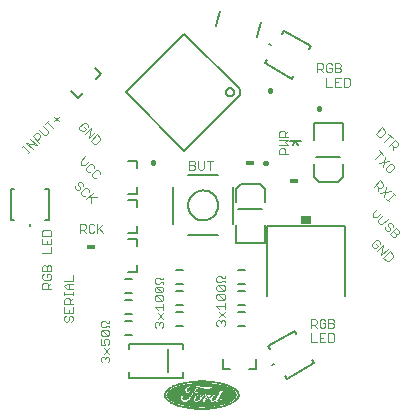
<source format=gto>
G75*
G70*
%OFA0B0*%
%FSLAX24Y24*%
%IPPOS*%
%LPD*%
%AMOC8*
5,1,8,0,0,1.08239X$1,22.5*
%
%ADD10C,0.0030*%
%ADD11R,0.0240X0.0010*%
%ADD12R,0.0550X0.0010*%
%ADD13R,0.0710X0.0010*%
%ADD14R,0.0860X0.0010*%
%ADD15R,0.1010X0.0010*%
%ADD16R,0.0450X0.0010*%
%ADD17R,0.0340X0.0010*%
%ADD18R,0.0300X0.0010*%
%ADD19R,0.0310X0.0010*%
%ADD20R,0.0270X0.0010*%
%ADD21R,0.0250X0.0010*%
%ADD22R,0.0540X0.0010*%
%ADD23R,0.0210X0.0010*%
%ADD24R,0.0690X0.0010*%
%ADD25R,0.0170X0.0010*%
%ADD26R,0.0830X0.0010*%
%ADD27R,0.0180X0.0010*%
%ADD28R,0.0150X0.0010*%
%ADD29R,0.0970X0.0010*%
%ADD30R,0.0160X0.0010*%
%ADD31R,0.1100X0.0010*%
%ADD32R,0.1230X0.0010*%
%ADD33R,0.0140X0.0010*%
%ADD34R,0.1330X0.0010*%
%ADD35R,0.1390X0.0010*%
%ADD36R,0.0130X0.0010*%
%ADD37R,0.1470X0.0010*%
%ADD38R,0.0120X0.0010*%
%ADD39R,0.1560X0.0010*%
%ADD40R,0.0110X0.0010*%
%ADD41R,0.1610X0.0010*%
%ADD42R,0.0100X0.0010*%
%ADD43R,0.1670X0.0010*%
%ADD44R,0.1720X0.0010*%
%ADD45R,0.1770X0.0010*%
%ADD46R,0.0090X0.0010*%
%ADD47R,0.1810X0.0010*%
%ADD48R,0.0080X0.0010*%
%ADD49R,0.0260X0.0010*%
%ADD50R,0.0400X0.0010*%
%ADD51R,0.0230X0.0010*%
%ADD52R,0.0050X0.0010*%
%ADD53R,0.0070X0.0010*%
%ADD54R,0.0320X0.0010*%
%ADD55R,0.0010X0.0010*%
%ADD56R,0.0040X0.0010*%
%ADD57R,0.0330X0.0010*%
%ADD58R,0.0020X0.0010*%
%ADD59R,0.0200X0.0010*%
%ADD60R,0.0030X0.0010*%
%ADD61R,0.0410X0.0010*%
%ADD62R,0.0060X0.0010*%
%ADD63R,0.0420X0.0010*%
%ADD64R,0.0360X0.0010*%
%ADD65R,0.0370X0.0010*%
%ADD66R,0.0380X0.0010*%
%ADD67R,0.0430X0.0010*%
%ADD68R,0.0390X0.0010*%
%ADD69R,0.0440X0.0010*%
%ADD70R,0.0190X0.0010*%
%ADD71R,0.0560X0.0010*%
%ADD72R,0.0220X0.0010*%
%ADD73R,0.0460X0.0010*%
%ADD74R,0.0470X0.0010*%
%ADD75R,0.0490X0.0010*%
%ADD76R,0.0500X0.0010*%
%ADD77R,0.0510X0.0010*%
%ADD78R,0.0520X0.0010*%
%ADD79R,0.0530X0.0010*%
%ADD80R,0.0750X0.0010*%
%ADD81R,0.0740X0.0010*%
%ADD82R,0.0730X0.0010*%
%ADD83R,0.0840X0.0010*%
%ADD84R,0.0670X0.0010*%
%ADD85R,0.0650X0.0010*%
%ADD86R,0.0480X0.0010*%
%ADD87R,0.0620X0.0010*%
%ADD88R,0.0700X0.0010*%
%ADD89R,0.0610X0.0010*%
%ADD90R,0.0590X0.0010*%
%ADD91R,0.0580X0.0010*%
%ADD92R,0.1140X0.0010*%
%ADD93R,0.1130X0.0010*%
%ADD94R,0.1200X0.0010*%
%ADD95R,0.0780X0.0010*%
%ADD96R,0.0290X0.0010*%
%ADD97R,0.0640X0.0010*%
%ADD98R,0.0570X0.0010*%
%ADD99R,0.0280X0.0010*%
%ADD100R,0.0350X0.0010*%
%ADD101R,0.0850X0.0010*%
%ADD102R,0.0880X0.0010*%
%ADD103R,0.0900X0.0010*%
%ADD104R,0.1240X0.0010*%
%ADD105R,0.1110X0.0010*%
%ADD106R,0.0870X0.0010*%
%ADD107R,0.0720X0.0010*%
%ADD108R,0.0280X0.0160*%
%ADD109C,0.0080*%
%ADD110C,0.0160*%
%ADD111C,0.0060*%
%ADD112R,0.0340X0.0300*%
%ADD113C,0.0050*%
D10*
X002559Y003694D02*
X002607Y003694D01*
X002656Y003743D01*
X002656Y003839D01*
X002704Y003888D01*
X002753Y003888D01*
X002801Y003839D01*
X002801Y003743D01*
X002753Y003694D01*
X002559Y003694D02*
X002511Y003743D01*
X002511Y003839D01*
X002559Y003888D01*
X002511Y003989D02*
X002801Y003989D01*
X002801Y004182D01*
X002801Y004284D02*
X002511Y004284D01*
X002511Y004429D01*
X002559Y004477D01*
X002656Y004477D01*
X002704Y004429D01*
X002704Y004284D01*
X002704Y004380D02*
X002801Y004477D01*
X002801Y004578D02*
X002801Y004675D01*
X002801Y004627D02*
X002511Y004627D01*
X002511Y004675D02*
X002511Y004578D01*
X002607Y004775D02*
X002511Y004871D01*
X002607Y004968D01*
X002801Y004968D01*
X002801Y005069D02*
X002801Y005263D01*
X002801Y005069D02*
X002511Y005069D01*
X002656Y004968D02*
X002656Y004775D01*
X002607Y004775D02*
X002801Y004775D01*
X002511Y004182D02*
X002511Y003989D01*
X002656Y003989D02*
X002656Y004086D01*
X002071Y004801D02*
X001781Y004801D01*
X001781Y004947D01*
X001829Y004995D01*
X001926Y004995D01*
X001974Y004947D01*
X001974Y004801D01*
X001974Y004898D02*
X002071Y004995D01*
X002023Y005096D02*
X002071Y005144D01*
X002071Y005241D01*
X002023Y005290D01*
X001926Y005290D01*
X001926Y005193D01*
X001829Y005290D02*
X001781Y005241D01*
X001781Y005144D01*
X001829Y005096D01*
X002023Y005096D01*
X002071Y005391D02*
X001781Y005391D01*
X001781Y005536D01*
X001829Y005584D01*
X001877Y005584D01*
X001926Y005536D01*
X001926Y005391D01*
X001926Y005536D02*
X001974Y005584D01*
X002023Y005584D01*
X002071Y005536D01*
X002071Y005391D01*
X002071Y005980D02*
X001781Y005980D01*
X002071Y005980D02*
X002071Y006174D01*
X002071Y006275D02*
X002071Y006468D01*
X002071Y006569D02*
X002071Y006714D01*
X002023Y006763D01*
X001829Y006763D01*
X001781Y006714D01*
X001781Y006569D01*
X002071Y006569D01*
X001926Y006371D02*
X001926Y006275D01*
X001781Y006275D02*
X002071Y006275D01*
X001781Y006275D02*
X001781Y006468D01*
X003031Y006664D02*
X003031Y006954D01*
X003176Y006954D01*
X003224Y006906D01*
X003224Y006809D01*
X003176Y006761D01*
X003031Y006761D01*
X003128Y006761D02*
X003224Y006664D01*
X003326Y006712D02*
X003374Y006664D01*
X003471Y006664D01*
X003519Y006712D01*
X003620Y006664D02*
X003620Y006954D01*
X003519Y006906D02*
X003471Y006954D01*
X003374Y006954D01*
X003326Y006906D01*
X003326Y006712D01*
X003620Y006761D02*
X003814Y006954D01*
X003669Y006809D02*
X003814Y006664D01*
X003391Y007645D02*
X003391Y007851D01*
X003322Y007851D02*
X003596Y007851D01*
X003459Y007988D02*
X003254Y007782D01*
X003217Y007888D02*
X003148Y007888D01*
X003080Y007956D01*
X003080Y008025D01*
X003217Y008162D01*
X003285Y008162D01*
X003353Y008093D01*
X003353Y008025D01*
X003145Y008233D02*
X003145Y008302D01*
X003077Y008370D01*
X003008Y008370D01*
X002974Y008336D01*
X002974Y008267D01*
X003042Y008199D01*
X003042Y008131D01*
X003008Y008096D01*
X002940Y008096D01*
X002871Y008165D01*
X002871Y008233D01*
X003298Y008688D02*
X003230Y008756D01*
X003230Y008825D01*
X003367Y008962D01*
X003435Y008962D01*
X003503Y008893D01*
X003503Y008825D01*
X003575Y008753D02*
X003438Y008617D01*
X003438Y008548D01*
X003507Y008480D01*
X003575Y008480D01*
X003712Y008617D02*
X003712Y008685D01*
X003643Y008753D01*
X003575Y008753D01*
X003367Y008688D02*
X003298Y008688D01*
X003192Y008931D02*
X003329Y009067D01*
X003192Y008931D02*
X003056Y008931D01*
X003056Y009067D01*
X003192Y009204D01*
X003507Y009630D02*
X003575Y009630D01*
X003712Y009767D01*
X003712Y009835D01*
X003609Y009938D01*
X003404Y009732D01*
X003507Y009630D01*
X003332Y009804D02*
X003538Y010009D01*
X003401Y010146D02*
X003332Y009804D01*
X003196Y009941D02*
X003401Y010146D01*
X003295Y010183D02*
X003295Y010252D01*
X003227Y010320D01*
X003158Y010320D01*
X003021Y010183D01*
X003021Y010115D01*
X003090Y010046D01*
X003158Y010046D01*
X003227Y010115D01*
X003158Y010183D01*
X002322Y010395D02*
X002186Y010532D01*
X002322Y010532D02*
X002186Y010395D01*
X002012Y010426D02*
X001875Y010289D01*
X001943Y010358D02*
X002148Y010153D01*
X001974Y010047D02*
X001974Y009978D01*
X001906Y009910D01*
X001837Y009910D01*
X001666Y010081D01*
X001629Y009975D02*
X001561Y009975D01*
X001458Y009873D01*
X001663Y009667D01*
X001595Y009736D02*
X001697Y009839D01*
X001697Y009907D01*
X001629Y009975D01*
X001386Y009801D02*
X001592Y009596D01*
X001250Y009664D01*
X001455Y009459D01*
X001384Y009389D02*
X001316Y009320D01*
X001350Y009354D02*
X001145Y009560D01*
X001111Y009525D02*
X001179Y009594D01*
X001803Y010218D02*
X001974Y010047D01*
X005579Y005163D02*
X005676Y005163D01*
X005724Y005114D01*
X005821Y005114D01*
X005821Y005163D01*
X005821Y005018D02*
X005724Y005018D01*
X005676Y004969D01*
X005579Y004969D01*
X005531Y005018D01*
X005531Y005114D01*
X005579Y005163D01*
X005821Y005018D02*
X005821Y004969D01*
X005773Y004868D02*
X005821Y004820D01*
X005821Y004723D01*
X005773Y004675D01*
X005579Y004868D01*
X005773Y004868D01*
X005579Y004868D02*
X005531Y004820D01*
X005531Y004723D01*
X005579Y004675D01*
X005773Y004675D01*
X005773Y004574D02*
X005821Y004525D01*
X005821Y004428D01*
X005773Y004380D01*
X005579Y004574D01*
X005773Y004574D01*
X005579Y004574D02*
X005531Y004525D01*
X005531Y004428D01*
X005579Y004380D01*
X005773Y004380D01*
X005821Y004279D02*
X005821Y004085D01*
X005821Y004182D02*
X005531Y004182D01*
X005627Y004085D01*
X005627Y003984D02*
X005821Y003791D01*
X005773Y003690D02*
X005821Y003641D01*
X005821Y003544D01*
X005773Y003496D01*
X005676Y003593D02*
X005676Y003641D01*
X005724Y003690D01*
X005773Y003690D01*
X005676Y003641D02*
X005627Y003690D01*
X005579Y003690D01*
X005531Y003641D01*
X005531Y003544D01*
X005579Y003496D01*
X005627Y003791D02*
X005821Y003984D01*
X004021Y003713D02*
X004021Y003664D01*
X003924Y003664D01*
X003876Y003713D01*
X003779Y003713D01*
X003731Y003664D01*
X003731Y003568D01*
X003779Y003519D01*
X003876Y003519D01*
X003924Y003568D01*
X004021Y003568D01*
X004021Y003519D01*
X003973Y003418D02*
X004021Y003370D01*
X004021Y003273D01*
X003973Y003225D01*
X003779Y003418D01*
X003973Y003418D01*
X003973Y003225D02*
X003779Y003225D01*
X003731Y003273D01*
X003731Y003370D01*
X003779Y003418D01*
X003731Y003124D02*
X003731Y002930D01*
X003876Y002930D01*
X003827Y003027D01*
X003827Y003075D01*
X003876Y003124D01*
X003973Y003124D01*
X004021Y003075D01*
X004021Y002978D01*
X003973Y002930D01*
X004021Y002829D02*
X003827Y002635D01*
X003827Y002534D02*
X003876Y002486D01*
X003924Y002534D01*
X003973Y002534D01*
X004021Y002486D01*
X004021Y002389D01*
X003973Y002341D01*
X003876Y002438D02*
X003876Y002486D01*
X003827Y002534D02*
X003779Y002534D01*
X003731Y002486D01*
X003731Y002389D01*
X003779Y002341D01*
X004021Y002635D02*
X003827Y002829D01*
X007581Y003594D02*
X007581Y003691D01*
X007629Y003740D01*
X007677Y003740D01*
X007726Y003691D01*
X007774Y003740D01*
X007823Y003740D01*
X007871Y003691D01*
X007871Y003594D01*
X007823Y003546D01*
X007726Y003643D02*
X007726Y003691D01*
X007677Y003841D02*
X007871Y004034D01*
X007871Y004135D02*
X007871Y004329D01*
X007871Y004232D02*
X007581Y004232D01*
X007677Y004135D01*
X007677Y004034D02*
X007871Y003841D01*
X007581Y003594D02*
X007629Y003546D01*
X007629Y004430D02*
X007581Y004478D01*
X007581Y004575D01*
X007629Y004624D01*
X007823Y004430D01*
X007871Y004478D01*
X007871Y004575D01*
X007823Y004624D01*
X007629Y004624D01*
X007629Y004725D02*
X007581Y004773D01*
X007581Y004870D01*
X007629Y004918D01*
X007823Y004725D01*
X007871Y004773D01*
X007871Y004870D01*
X007823Y004918D01*
X007629Y004918D01*
X007629Y005019D02*
X007581Y005068D01*
X007581Y005164D01*
X007629Y005213D01*
X007726Y005213D01*
X007774Y005164D01*
X007871Y005164D01*
X007871Y005213D01*
X007871Y005068D02*
X007774Y005068D01*
X007726Y005019D01*
X007629Y005019D01*
X007871Y005019D02*
X007871Y005068D01*
X007823Y004725D02*
X007629Y004725D01*
X007629Y004430D02*
X007823Y004430D01*
X010731Y003784D02*
X010731Y003494D01*
X010731Y003591D02*
X010876Y003591D01*
X010924Y003639D01*
X010924Y003736D01*
X010876Y003784D01*
X010731Y003784D01*
X010828Y003591D02*
X010924Y003494D01*
X011026Y003542D02*
X011026Y003736D01*
X011074Y003784D01*
X011171Y003784D01*
X011219Y003736D01*
X011219Y003639D02*
X011122Y003639D01*
X011219Y003639D02*
X011219Y003542D01*
X011171Y003494D01*
X011074Y003494D01*
X011026Y003542D01*
X011026Y003304D02*
X011026Y003014D01*
X011219Y003014D01*
X011320Y003014D02*
X011465Y003014D01*
X011514Y003062D01*
X011514Y003256D01*
X011465Y003304D01*
X011320Y003304D01*
X011320Y003014D01*
X011122Y003159D02*
X011026Y003159D01*
X011026Y003304D02*
X011219Y003304D01*
X011320Y003494D02*
X011465Y003494D01*
X011514Y003542D01*
X011514Y003591D01*
X011465Y003639D01*
X011320Y003639D01*
X011320Y003494D02*
X011320Y003784D01*
X011465Y003784D01*
X011514Y003736D01*
X011514Y003688D01*
X011465Y003639D01*
X010731Y003304D02*
X010731Y003014D01*
X010924Y003014D01*
X013257Y005730D02*
X013325Y005730D01*
X013462Y005867D01*
X013462Y005935D01*
X013359Y006038D01*
X013154Y005832D01*
X013257Y005730D01*
X013082Y005904D02*
X013288Y006109D01*
X013151Y006246D02*
X013082Y005904D01*
X012946Y006041D02*
X013151Y006246D01*
X013045Y006283D02*
X013045Y006352D01*
X012977Y006420D01*
X012908Y006420D01*
X012771Y006283D01*
X012771Y006215D01*
X012840Y006146D01*
X012908Y006146D01*
X012977Y006215D01*
X012908Y006283D01*
X013257Y006730D02*
X013188Y006798D01*
X013188Y006867D01*
X013117Y006938D02*
X013288Y007109D01*
X013325Y007003D02*
X013291Y006969D01*
X013291Y006901D01*
X013359Y006832D01*
X013359Y006764D01*
X013325Y006730D01*
X013257Y006730D01*
X013362Y006624D02*
X013465Y006521D01*
X013533Y006521D01*
X013567Y006556D01*
X013567Y006624D01*
X013465Y006727D01*
X013462Y006867D02*
X013462Y006935D01*
X013393Y007003D01*
X013325Y007003D01*
X013151Y007246D02*
X012980Y007075D01*
X012980Y007006D01*
X013048Y006938D01*
X013117Y006938D01*
X012942Y007181D02*
X012806Y007181D01*
X012806Y007317D01*
X012942Y007454D01*
X013079Y007317D02*
X012942Y007181D01*
X013322Y007714D02*
X013254Y007782D01*
X013288Y007748D02*
X013493Y007953D01*
X013459Y007988D02*
X013528Y007919D01*
X013388Y008059D02*
X013046Y007991D01*
X012974Y008062D02*
X012974Y008199D01*
X013008Y008165D02*
X012906Y008267D01*
X012837Y008199D02*
X013042Y008404D01*
X013145Y008302D01*
X013145Y008233D01*
X013077Y008165D01*
X013008Y008165D01*
X013251Y008196D02*
X013182Y007854D01*
X013307Y008680D02*
X013238Y008748D01*
X013238Y008817D01*
X013375Y008953D01*
X013443Y008953D01*
X013512Y008885D01*
X013512Y008817D01*
X013375Y008680D01*
X013307Y008680D01*
X013132Y008854D02*
X013201Y009196D01*
X013129Y009267D02*
X012992Y009404D01*
X013061Y009336D02*
X012856Y009131D01*
X012996Y008991D02*
X013338Y009059D01*
X013459Y009414D02*
X013459Y009550D01*
X013493Y009516D02*
X013390Y009619D01*
X013322Y009550D02*
X013527Y009756D01*
X013630Y009653D01*
X013630Y009585D01*
X013561Y009516D01*
X013493Y009516D01*
X013456Y009827D02*
X013319Y009964D01*
X013387Y009896D02*
X013182Y009690D01*
X013076Y009864D02*
X013213Y010001D01*
X013213Y010070D01*
X013110Y010172D01*
X012905Y009967D01*
X013008Y009864D01*
X013076Y009864D01*
X011980Y011534D02*
X011835Y011534D01*
X011835Y011824D01*
X011980Y011824D01*
X012028Y011776D01*
X012028Y011582D01*
X011980Y011534D01*
X011734Y011534D02*
X011540Y011534D01*
X011540Y011824D01*
X011734Y011824D01*
X011637Y011679D02*
X011540Y011679D01*
X011439Y011534D02*
X011246Y011534D01*
X011246Y011824D01*
X011294Y012014D02*
X011246Y012062D01*
X011246Y012256D01*
X011294Y012304D01*
X011391Y012304D01*
X011439Y012256D01*
X011439Y012159D02*
X011342Y012159D01*
X011439Y012159D02*
X011439Y012062D01*
X011391Y012014D01*
X011294Y012014D01*
X011144Y012014D02*
X011048Y012111D01*
X011096Y012111D02*
X010951Y012111D01*
X010951Y012014D02*
X010951Y012304D01*
X011096Y012304D01*
X011144Y012256D01*
X011144Y012159D01*
X011096Y012111D01*
X011540Y012159D02*
X011685Y012159D01*
X011734Y012111D01*
X011734Y012062D01*
X011685Y012014D01*
X011540Y012014D01*
X011540Y012304D01*
X011685Y012304D01*
X011734Y012256D01*
X011734Y012208D01*
X011685Y012159D01*
X009971Y010063D02*
X009874Y009966D01*
X009874Y010014D02*
X009874Y009869D01*
X009971Y009869D02*
X009681Y009869D01*
X009681Y010014D01*
X009729Y010063D01*
X009826Y010063D01*
X009874Y010014D01*
X009971Y009768D02*
X009681Y009768D01*
X009681Y009575D02*
X009971Y009575D01*
X009874Y009671D01*
X009971Y009768D01*
X009826Y009474D02*
X009874Y009425D01*
X009874Y009280D01*
X009971Y009280D02*
X009681Y009280D01*
X009681Y009425D01*
X009729Y009474D01*
X009826Y009474D01*
X007464Y009054D02*
X007270Y009054D01*
X007367Y009054D02*
X007367Y008764D01*
X007169Y008812D02*
X007169Y009054D01*
X007169Y008812D02*
X007121Y008764D01*
X007024Y008764D01*
X006976Y008812D01*
X006976Y009054D01*
X006874Y009006D02*
X006874Y008958D01*
X006826Y008909D01*
X006681Y008909D01*
X006681Y008764D02*
X006826Y008764D01*
X006874Y008812D01*
X006874Y008861D01*
X006826Y008909D01*
X006874Y009006D02*
X006826Y009054D01*
X006681Y009054D01*
X006681Y008764D01*
X013362Y006624D02*
X013567Y006829D01*
X013670Y006727D01*
X013670Y006658D01*
X013636Y006624D01*
X013567Y006624D01*
D11*
X007101Y000759D03*
X006601Y001209D03*
X006591Y001199D03*
D12*
X007096Y001619D03*
X007096Y000769D03*
X007976Y001189D03*
X007986Y001209D03*
X007986Y001219D03*
D13*
X007096Y000779D03*
D14*
X007101Y000789D03*
D15*
X007096Y000799D03*
X007096Y001669D03*
D16*
X007676Y001519D03*
X008006Y001329D03*
X007996Y001129D03*
X007446Y000809D03*
X006756Y000809D03*
X006176Y001169D03*
X006326Y001439D03*
D17*
X006531Y001539D03*
X006241Y001049D03*
X006651Y000819D03*
X007551Y000819D03*
D18*
X006741Y000999D03*
X006591Y000829D03*
X006771Y001459D03*
X006781Y001469D03*
D19*
X006326Y000999D03*
X006306Y001009D03*
X007606Y000829D03*
D20*
X007666Y000839D03*
X006536Y000839D03*
D21*
X006476Y000849D03*
X006736Y001009D03*
X007096Y001709D03*
X007726Y000849D03*
D22*
X007991Y001229D03*
X007721Y001489D03*
X007101Y000849D03*
X006271Y001359D03*
X006201Y001249D03*
D23*
X006566Y001159D03*
X006626Y001229D03*
X006636Y001239D03*
X006636Y001249D03*
X006746Y001019D03*
X006426Y000859D03*
X006496Y001629D03*
X007296Y001029D03*
X007296Y001019D03*
X007776Y000859D03*
X007706Y001629D03*
D24*
X007736Y001449D03*
X007376Y001369D03*
X007376Y001359D03*
X007366Y001349D03*
X007366Y001339D03*
X007096Y001609D03*
X007096Y000859D03*
D25*
X007296Y001059D03*
X007296Y001069D03*
X007286Y001509D03*
X007826Y001599D03*
X006546Y001119D03*
X006376Y000869D03*
X006376Y001599D03*
D26*
X007096Y001599D03*
X007096Y000869D03*
D27*
X007291Y001049D03*
X007821Y000869D03*
D28*
X007896Y000889D03*
X007526Y001139D03*
X007896Y001579D03*
X007036Y001449D03*
X006906Y001289D03*
X006336Y001589D03*
X006306Y001579D03*
X006276Y001569D03*
X006246Y001559D03*
X006246Y000909D03*
X006276Y000899D03*
X006306Y000889D03*
X006336Y000879D03*
D29*
X007096Y000879D03*
X007096Y001589D03*
D30*
X007301Y001079D03*
X007861Y000879D03*
X007861Y001589D03*
D31*
X007101Y000889D03*
D32*
X007096Y000899D03*
D33*
X007031Y000999D03*
X006961Y001119D03*
X006971Y001129D03*
X006971Y001139D03*
X006971Y001149D03*
X006891Y001259D03*
X006541Y001109D03*
X006221Y000919D03*
X006201Y000929D03*
X007511Y001109D03*
X007521Y001129D03*
X007531Y001149D03*
X007531Y001159D03*
X007921Y000899D03*
X007951Y000909D03*
X007951Y001559D03*
X007921Y001569D03*
D34*
X007096Y001559D03*
X007096Y000909D03*
D35*
X007096Y000919D03*
D36*
X007046Y001009D03*
X006956Y001099D03*
X006956Y001109D03*
X006976Y001159D03*
X006986Y001169D03*
X006986Y001179D03*
X006876Y001249D03*
X006706Y001029D03*
X006216Y001549D03*
X007446Y001259D03*
X007536Y001169D03*
X007516Y001119D03*
X007506Y001099D03*
X007976Y000919D03*
X007996Y000929D03*
D37*
X007096Y000929D03*
D38*
X006951Y001089D03*
X006991Y001189D03*
X006861Y001239D03*
X006761Y001089D03*
X006711Y001039D03*
X006531Y001099D03*
X006671Y001409D03*
X006671Y001419D03*
X006671Y001429D03*
X006821Y001429D03*
X007351Y001169D03*
X007501Y001089D03*
X007541Y001179D03*
X007551Y001189D03*
X007981Y001549D03*
X008041Y000949D03*
X008021Y000939D03*
X006181Y000939D03*
D39*
X007101Y000939D03*
D40*
X007056Y001019D03*
X007066Y001029D03*
X006946Y001079D03*
X006796Y001149D03*
X006786Y001129D03*
X006776Y001119D03*
X006766Y001099D03*
X006756Y001079D03*
X006746Y001069D03*
X006856Y001229D03*
X006756Y001329D03*
X006806Y001399D03*
X006816Y001419D03*
X006666Y001399D03*
X007026Y001459D03*
X007116Y001259D03*
X007346Y001159D03*
X007496Y001079D03*
X006156Y000949D03*
X006186Y001539D03*
D41*
X007096Y000949D03*
D42*
X006941Y001069D03*
X006991Y001199D03*
X006841Y001219D03*
X006831Y001209D03*
X006821Y001189D03*
X006801Y001159D03*
X006791Y001139D03*
X006771Y001109D03*
X006731Y001059D03*
X006721Y001049D03*
X006531Y001089D03*
X006771Y001349D03*
X006781Y001359D03*
X006791Y001369D03*
X006801Y001379D03*
X006801Y001389D03*
X006811Y001409D03*
X007341Y001149D03*
X007441Y001249D03*
X007551Y001199D03*
X007531Y000999D03*
X008061Y000959D03*
X008081Y000969D03*
X008131Y001479D03*
X008111Y001489D03*
X008091Y001499D03*
X008071Y001509D03*
X008051Y001519D03*
X008031Y001529D03*
X008011Y001539D03*
X006161Y001529D03*
X006081Y001489D03*
X006061Y001479D03*
X006091Y000979D03*
X006111Y000969D03*
X006131Y000959D03*
D43*
X007096Y000959D03*
D44*
X007101Y000969D03*
D45*
X007096Y000979D03*
D46*
X007076Y001039D03*
X007086Y001049D03*
X007096Y001059D03*
X007096Y001069D03*
X007106Y001079D03*
X007116Y001249D03*
X006826Y001199D03*
X006816Y001179D03*
X006806Y001169D03*
X006766Y001339D03*
X006656Y001389D03*
X006146Y001519D03*
X006126Y001509D03*
X006106Y001499D03*
X006046Y001469D03*
X006056Y000999D03*
X006076Y000989D03*
X007486Y001069D03*
X007556Y001209D03*
X008106Y000979D03*
D47*
X007096Y000989D03*
D48*
X007111Y001089D03*
X007121Y001099D03*
X007131Y001109D03*
X007131Y001119D03*
X007141Y001129D03*
X007001Y001209D03*
X006911Y001339D03*
X006721Y001319D03*
X006651Y001379D03*
X006941Y001059D03*
X007441Y001239D03*
X007691Y001119D03*
X007691Y001109D03*
X007701Y001129D03*
X007481Y001059D03*
X008121Y000989D03*
X008141Y000999D03*
X008191Y001029D03*
X008171Y001459D03*
X008151Y001469D03*
X006031Y001459D03*
X006011Y001029D03*
X006021Y001019D03*
X006041Y001009D03*
D49*
X006611Y001649D03*
X007071Y001429D03*
X007311Y000999D03*
X007591Y001649D03*
D50*
X008001Y001359D03*
X007891Y001029D03*
X007871Y001019D03*
X007851Y001009D03*
X007831Y000999D03*
D51*
X007296Y001009D03*
X007646Y001639D03*
X006616Y001219D03*
X006586Y001189D03*
X006556Y001639D03*
D52*
X006676Y001299D03*
X006936Y001389D03*
X006946Y001399D03*
X007106Y001219D03*
X007176Y001189D03*
X007166Y001169D03*
X007256Y001099D03*
X007416Y001199D03*
X007426Y001209D03*
X007546Y001009D03*
X008296Y001129D03*
X008306Y001149D03*
X008316Y001169D03*
X008316Y001179D03*
X008326Y001199D03*
X008326Y001209D03*
X008326Y001219D03*
X008326Y001229D03*
X008326Y001239D03*
X008326Y001249D03*
X008326Y001259D03*
X008326Y001269D03*
X008316Y001289D03*
X008316Y001299D03*
X008306Y001319D03*
X008296Y001339D03*
X005906Y001339D03*
X005896Y001319D03*
X005886Y001299D03*
X005886Y001289D03*
X005876Y001269D03*
X005876Y001259D03*
X005876Y001219D03*
X005876Y001209D03*
X005876Y001199D03*
X005886Y001179D03*
X005886Y001169D03*
X005896Y001149D03*
X005906Y001129D03*
D53*
X005986Y001049D03*
X005996Y001039D03*
X006016Y001449D03*
X006916Y001349D03*
X006936Y001299D03*
X007116Y001239D03*
X007156Y001149D03*
X007146Y001139D03*
X007266Y001089D03*
X007336Y001139D03*
X007436Y001229D03*
X007676Y001099D03*
X008156Y001009D03*
X008176Y001019D03*
X008206Y001039D03*
X008216Y001049D03*
X008186Y001449D03*
X007026Y001469D03*
D54*
X007261Y001519D03*
X006291Y001019D03*
X006271Y001029D03*
D55*
X006836Y001049D03*
X007026Y001239D03*
X007026Y001249D03*
X007096Y001189D03*
X007276Y001229D03*
X007306Y001199D03*
X007556Y001019D03*
X007636Y001219D03*
X007636Y001229D03*
X006876Y001329D03*
D56*
X006991Y001349D03*
X006991Y001359D03*
X006991Y001369D03*
X007021Y001479D03*
X006821Y001519D03*
X006641Y001369D03*
X006751Y001279D03*
X006821Y001029D03*
X006521Y001079D03*
X005871Y001229D03*
X005871Y001239D03*
X005871Y001249D03*
X007191Y001199D03*
X007401Y001179D03*
X007411Y001189D03*
X007631Y001249D03*
X007651Y001059D03*
D57*
X006256Y001039D03*
D58*
X006831Y001039D03*
X007101Y001199D03*
X007251Y001119D03*
X007301Y001189D03*
X007281Y001239D03*
X007371Y001089D03*
X007001Y001389D03*
D59*
X007291Y001039D03*
X007751Y001619D03*
X006561Y001149D03*
X006561Y001139D03*
X006451Y001619D03*
D60*
X006996Y001379D03*
X006986Y001339D03*
X007026Y001259D03*
X007016Y001229D03*
X007106Y001209D03*
X007196Y001209D03*
X007286Y001249D03*
X007306Y001179D03*
X007336Y001129D03*
X007256Y001109D03*
X007476Y001039D03*
X007636Y001049D03*
X007636Y001239D03*
D61*
X007906Y001039D03*
X006366Y001469D03*
X006186Y001119D03*
D62*
X005971Y001059D03*
X005961Y001069D03*
X005951Y001079D03*
X005941Y001089D03*
X005931Y001099D03*
X005921Y001109D03*
X005911Y001119D03*
X005901Y001139D03*
X005891Y001159D03*
X005881Y001189D03*
X005881Y001279D03*
X005891Y001309D03*
X005901Y001329D03*
X005911Y001349D03*
X005921Y001359D03*
X005931Y001369D03*
X005941Y001379D03*
X005951Y001389D03*
X005961Y001399D03*
X005971Y001409D03*
X005981Y001419D03*
X005991Y001429D03*
X006001Y001439D03*
X006701Y001309D03*
X006731Y001269D03*
X006721Y001259D03*
X006921Y001359D03*
X006921Y001369D03*
X006931Y001379D03*
X006951Y001409D03*
X007011Y001219D03*
X007111Y001229D03*
X007171Y001179D03*
X007161Y001159D03*
X007281Y001259D03*
X007431Y001219D03*
X007561Y001219D03*
X007631Y001259D03*
X007671Y001089D03*
X007661Y001079D03*
X007661Y001069D03*
X007481Y001049D03*
X006941Y001049D03*
X008231Y001059D03*
X008241Y001069D03*
X008251Y001079D03*
X008261Y001089D03*
X008271Y001099D03*
X008281Y001109D03*
X008291Y001119D03*
X008301Y001139D03*
X008311Y001159D03*
X008321Y001189D03*
X008321Y001279D03*
X008311Y001309D03*
X008301Y001329D03*
X008291Y001349D03*
X008281Y001359D03*
X008271Y001369D03*
X008261Y001379D03*
X008251Y001389D03*
X008241Y001399D03*
X008231Y001409D03*
X008221Y001419D03*
X008211Y001429D03*
X008201Y001439D03*
D63*
X008001Y001349D03*
X007951Y001069D03*
X007931Y001059D03*
X007921Y001049D03*
X006351Y001459D03*
X006181Y001139D03*
X006181Y001129D03*
D64*
X006231Y001059D03*
X006421Y001499D03*
X006581Y001549D03*
X007491Y001659D03*
D65*
X007996Y001379D03*
X006706Y001659D03*
X006216Y001069D03*
D66*
X006211Y001079D03*
X006201Y001089D03*
X006201Y001099D03*
X006401Y001489D03*
X007011Y001269D03*
D67*
X007456Y001269D03*
X007956Y001079D03*
X007966Y001089D03*
X007976Y001099D03*
X008006Y001339D03*
X006176Y001149D03*
D68*
X006196Y001109D03*
X006386Y001479D03*
X007996Y001369D03*
D69*
X007991Y001119D03*
X007981Y001109D03*
X006341Y001449D03*
X006181Y001159D03*
D70*
X006556Y001129D03*
X006806Y001509D03*
X006416Y001609D03*
X007786Y001609D03*
D71*
X007981Y001199D03*
X007971Y001179D03*
X007961Y001169D03*
X007961Y001159D03*
X007951Y001149D03*
X007951Y001139D03*
X006261Y001349D03*
D72*
X006571Y001169D03*
X006581Y001179D03*
X007061Y001439D03*
D73*
X006311Y001429D03*
X006171Y001179D03*
X008001Y001319D03*
D74*
X008006Y001309D03*
X006176Y001189D03*
D75*
X006176Y001199D03*
X006296Y001409D03*
X008006Y001289D03*
D76*
X008001Y001279D03*
X006181Y001209D03*
D77*
X006186Y001219D03*
X006286Y001399D03*
X007706Y001499D03*
D78*
X008001Y001269D03*
X008001Y001259D03*
X006281Y001389D03*
X006191Y001229D03*
D79*
X006196Y001239D03*
X006276Y001369D03*
X006276Y001379D03*
X007996Y001249D03*
X007996Y001239D03*
D80*
X006316Y001289D03*
X006306Y001259D03*
D81*
X006301Y001269D03*
D82*
X006306Y001279D03*
X007736Y001439D03*
D83*
X007251Y001279D03*
D84*
X007346Y001289D03*
X007346Y001299D03*
D85*
X006276Y001299D03*
D86*
X006301Y001419D03*
X007691Y001509D03*
X008001Y001299D03*
D87*
X006271Y001309D03*
D88*
X007341Y001309D03*
X007341Y001319D03*
X007351Y001329D03*
X007381Y001379D03*
D89*
X007726Y001469D03*
X006266Y001319D03*
D90*
X006266Y001329D03*
D91*
X006261Y001339D03*
D92*
X007601Y001389D03*
D93*
X007596Y001399D03*
X007576Y001409D03*
D94*
X007531Y001419D03*
D95*
X007721Y001429D03*
D96*
X006796Y001479D03*
X006766Y001449D03*
X006756Y001439D03*
D97*
X007731Y001459D03*
D98*
X007726Y001479D03*
X007096Y001699D03*
D99*
X006831Y001499D03*
X006811Y001489D03*
D100*
X006496Y001529D03*
X006466Y001519D03*
X006436Y001509D03*
D101*
X007456Y001529D03*
D102*
X007401Y001539D03*
D103*
X007341Y001549D03*
D104*
X007101Y001569D03*
D105*
X007096Y001579D03*
D106*
X007096Y001679D03*
D107*
X007101Y001689D03*
D108*
X003416Y006199D03*
X008716Y008999D03*
X010166Y008399D03*
D109*
X010844Y008522D02*
X010844Y008955D01*
X010844Y008522D02*
X011001Y008365D01*
X011631Y008365D01*
X011788Y008522D01*
X011788Y008955D01*
X011788Y009743D02*
X011788Y010333D01*
X010844Y010333D01*
X010844Y009743D01*
X010397Y009716D02*
X010216Y009716D01*
X010308Y009594D01*
X010216Y009716D02*
X010035Y009716D01*
X010130Y009594D02*
X010206Y009710D01*
X009031Y008283D02*
X008401Y008283D01*
X008244Y008126D01*
X008244Y007693D01*
X008140Y008179D02*
X008140Y006967D01*
X008244Y006905D02*
X008244Y006315D01*
X009188Y006315D01*
X009188Y006905D01*
X009276Y006899D02*
X011856Y006899D01*
X011856Y004539D01*
X010194Y003400D02*
X010253Y003298D01*
X010194Y003400D02*
X009308Y002889D01*
X009367Y002786D01*
X009520Y002284D02*
X009452Y002245D01*
X009879Y001900D02*
X009938Y001798D01*
X010824Y002309D01*
X010765Y002412D01*
X008917Y002438D02*
X008917Y002123D01*
X008681Y002123D01*
X008051Y002123D02*
X007815Y002123D01*
X007815Y002438D01*
X006471Y002793D02*
X006471Y002970D01*
X004660Y002970D01*
X004660Y002793D01*
X004660Y002005D02*
X004660Y001828D01*
X006471Y001828D01*
X006471Y002005D01*
X005960Y002005D02*
X005960Y002793D01*
X004942Y005348D02*
X004627Y005348D01*
X004942Y005348D02*
X004942Y005584D01*
X004942Y006214D02*
X004942Y006450D01*
X004627Y006450D01*
X004627Y006648D02*
X004942Y006648D01*
X004942Y006884D01*
X004942Y007514D02*
X004942Y007750D01*
X004627Y007750D01*
X004627Y007948D02*
X004942Y007948D01*
X004942Y008184D01*
X004942Y008814D02*
X004942Y009050D01*
X004627Y009050D01*
X006140Y008179D02*
X006140Y006967D01*
X006652Y006573D02*
X007628Y006573D01*
X006640Y007573D02*
X006642Y007617D01*
X006648Y007661D01*
X006658Y007704D01*
X006671Y007746D01*
X006688Y007787D01*
X006709Y007826D01*
X006733Y007863D01*
X006760Y007898D01*
X006790Y007930D01*
X006823Y007960D01*
X006859Y007986D01*
X006896Y008010D01*
X006936Y008029D01*
X006977Y008046D01*
X007020Y008058D01*
X007063Y008067D01*
X007107Y008072D01*
X007151Y008073D01*
X007195Y008070D01*
X007239Y008063D01*
X007282Y008052D01*
X007324Y008038D01*
X007364Y008020D01*
X007403Y007998D01*
X007439Y007974D01*
X007473Y007946D01*
X007505Y007915D01*
X007534Y007881D01*
X007560Y007845D01*
X007582Y007807D01*
X007601Y007767D01*
X007616Y007725D01*
X007628Y007683D01*
X007636Y007639D01*
X007640Y007595D01*
X007640Y007551D01*
X007636Y007507D01*
X007628Y007463D01*
X007616Y007421D01*
X007601Y007379D01*
X007582Y007339D01*
X007560Y007301D01*
X007534Y007265D01*
X007505Y007231D01*
X007473Y007200D01*
X007439Y007172D01*
X007403Y007148D01*
X007364Y007126D01*
X007324Y007108D01*
X007282Y007094D01*
X007239Y007083D01*
X007195Y007076D01*
X007151Y007073D01*
X007107Y007074D01*
X007063Y007079D01*
X007020Y007088D01*
X006977Y007100D01*
X006936Y007117D01*
X006896Y007136D01*
X006859Y007160D01*
X006823Y007186D01*
X006790Y007216D01*
X006760Y007248D01*
X006733Y007283D01*
X006709Y007320D01*
X006688Y007359D01*
X006671Y007400D01*
X006658Y007442D01*
X006648Y007485D01*
X006642Y007529D01*
X006640Y007573D01*
X006652Y008573D02*
X007640Y008573D01*
X009031Y008283D02*
X009188Y008126D01*
X009188Y007693D01*
X009276Y006899D02*
X009276Y004539D01*
X002971Y011164D02*
X002748Y011387D01*
X002971Y011164D02*
X003138Y011331D01*
X003584Y011777D02*
X003751Y011944D01*
X003528Y012167D01*
X001996Y008111D02*
X001996Y007087D01*
X001878Y007087D01*
X001366Y006969D02*
X001366Y006890D01*
X000854Y007087D02*
X000736Y007087D01*
X000736Y008111D01*
X000854Y008111D01*
X001878Y008111D02*
X001996Y008111D01*
X007565Y013565D02*
X007698Y014060D01*
X009067Y013693D02*
X008934Y013198D01*
X009352Y012953D02*
X009420Y012914D01*
X009779Y013298D02*
X009838Y013400D01*
X010724Y012889D01*
X010665Y012786D01*
X010153Y011900D02*
X010094Y011798D01*
X009208Y012309D01*
X009267Y012412D01*
D110*
X009357Y011408D02*
X009374Y011391D01*
X011016Y010811D02*
X011016Y010787D01*
X009228Y008999D02*
X009204Y008999D01*
X005474Y009008D02*
X005457Y008991D01*
D111*
X006516Y009398D02*
X008369Y011250D01*
X008369Y011448D01*
X006516Y013301D01*
X004564Y011349D01*
X006516Y009398D01*
X007902Y011349D02*
X007904Y011372D01*
X007910Y011395D01*
X007919Y011416D01*
X007932Y011436D01*
X007948Y011453D01*
X007966Y011467D01*
X007986Y011478D01*
X008008Y011486D01*
X008031Y011490D01*
X008055Y011490D01*
X008078Y011486D01*
X008100Y011478D01*
X008120Y011467D01*
X008138Y011453D01*
X008154Y011436D01*
X008167Y011416D01*
X008176Y011395D01*
X008182Y011372D01*
X008184Y011349D01*
X008182Y011326D01*
X008176Y011303D01*
X008167Y011282D01*
X008154Y011262D01*
X008138Y011245D01*
X008120Y011231D01*
X008100Y011220D01*
X008078Y011212D01*
X008055Y011208D01*
X008031Y011208D01*
X008008Y011212D01*
X007986Y011220D01*
X007966Y011231D01*
X007948Y011245D01*
X007932Y011262D01*
X007919Y011282D01*
X007910Y011303D01*
X007904Y011326D01*
X007902Y011349D01*
X008298Y005435D02*
X008534Y005435D01*
X008534Y004963D02*
X008298Y004963D01*
X008298Y004735D02*
X008534Y004735D01*
X008534Y004263D02*
X008298Y004263D01*
X008298Y004035D02*
X008534Y004035D01*
X008534Y003563D02*
X008298Y003563D01*
X006484Y003563D02*
X006248Y003563D01*
X006248Y004035D02*
X006484Y004035D01*
X006484Y004263D02*
X006248Y004263D01*
X006248Y004735D02*
X006484Y004735D01*
X006484Y004963D02*
X006248Y004963D01*
X006248Y005435D02*
X006484Y005435D01*
X004784Y005135D02*
X004548Y005135D01*
X004548Y004663D02*
X004784Y004663D01*
X004784Y004435D02*
X004548Y004435D01*
X004548Y003963D02*
X004784Y003963D01*
X004784Y003735D02*
X004548Y003735D01*
X004548Y003263D02*
X004784Y003263D01*
D112*
X010566Y007089D03*
D113*
X009116Y007449D02*
X008316Y007449D01*
X010916Y009199D02*
X011716Y009199D01*
M02*

</source>
